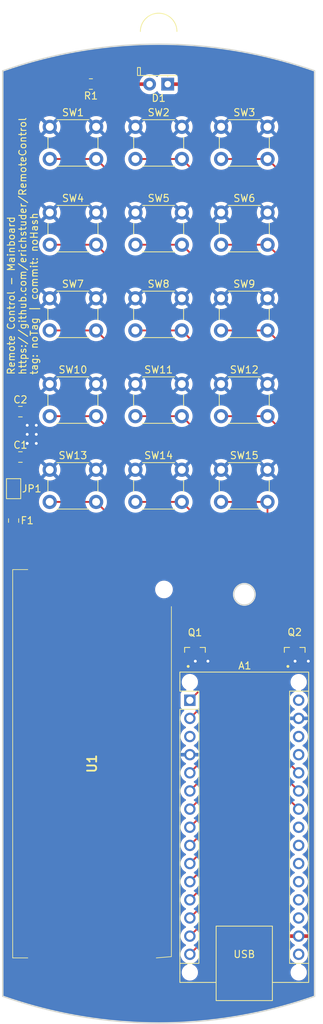
<source format=kicad_pcb>
(kicad_pcb (version 20221018) (generator pcbnew)
  (title_block (title "Mainboard") (comment 1 "${PROJECT}") (comment 2 "${PROJECT-URL}") (comment 3 "${GIT-COMMIT-HASH}") (comment 4 "${GIT-COMMIT-TAG}"))
  (layers (0 "F.Cu" signal) (31 "B.Cu" signal) (34 "B.Paste" user) (35 "F.Paste" user) (36 "B.SilkS" user "B.Silkscreen") (37 "F.SilkS" user "F.Silkscreen") (38 "B.Mask" user) (39 "F.Mask" user) (44 "Edge.Cuts" user))
  (property "GIT-COMMIT-HASH" "noHash")
  (property "GIT-COMMIT-TAG" "noTag")
  (property "PROJECT" "Remote Control - Mainboard")
  (property "PROJECT-URL" "https://github.com/erichstuder/RemoteControl")
  (net 0 "")
  (net 9 "Net-(A1-A7)")
  (net 12 "/SW1")
  (net 13 "/SW2")
  (net 14 "/SW3")
  (net 15 "GND")
  (net 16 "+3V0")
  (net 17 "/SW4")
  (net 18 "/SW5")
  (net 19 "/SW6")
  (net 20 "/SW7")
  (net 21 "/SW8")
  (net 22 "/SW9")
  (net 23 "/SW10")
  (net 24 "/SW11")
  (net 25 "/SW12")
  (net 26 "/SW13")
  (net 27 "/SW14")
  (net 28 "/SW15")
  (net 29 "Net-(U1-Pad3)")
  (net 30 "Net-(Q1-Pad3)")
  (net 32 "Net-(D1-K)")
  (net 33 "Net-(D1-A)")
  (net 34 "Net-(F1-Pad1)")
  (net 35 "Net-(JP1-A)")
  (footprint "TSM250N02CX_RFG:TRANS_TSM250N02CX_RFG" (layer "F.Cu") (at 129.2971 129.1537 90)
    (fp_text reference "Q2")
    (fp_text value "TSM250N02CX_RFG")
  )
  (footprint "Capacitor_SMD:C_0805_2012Metric" (layer "F.Cu") (at 90.8771 95.4987)
    (fp_text reference "C2")
    (fp_text value "100n")
  )
  (footprint "TSM250N02CX_RFG:TRANS_TSM250N02CX_RFG" (layer "F.Cu") (at 115.3271 129.1537 90)
    (fp_text reference "Q1")
    (fp_text value "TSM250N02CX_RFG")
  )
  (footprint "Button_Switch_THT:SW_PUSH_6mm" (layer "F.Cu") (at 118.9827 103.63)
    (fp_text reference "SW15")
    (fp_text value "SW_Push")
  )
  (footprint "Button_Switch_THT:SW_PUSH_6mm" (layer "F.Cu") (at 118.9827 91.63)
    (fp_text reference "SW12")
    (fp_text value "SW_Push")
  )
  (footprint "Resistor_SMD:R_0805_2012Metric" (layer "F.Cu") (at 100.751009 49.638549 180)
    (fp_text reference "R1")
    (fp_text value "82 1% 35mW" hide)
  )
  (footprint "Button_Switch_THT:SW_PUSH_6mm" (layer "F.Cu") (at 106.9827 103.63)
    (fp_text reference "SW14")
    (fp_text value "SW_Push")
  )
  (footprint "SamacSys:1022" (layer "F.Cu") (at 100.912689 144.78 -90)
    (fp_text reference "U1")
    (fp_text value "1022" hide)
  )
  (footprint "Button_Switch_THT:SW_PUSH_6mm" (layer "F.Cu") (at 94.9827 91.63)
    (fp_text reference "SW10")
    (fp_text value "SW_Push")
  )
  (footprint "Button_Switch_THT:SW_PUSH_6mm" (layer "F.Cu") (at 106.9827 79.63)
    (fp_text reference "SW8")
    (fp_text value "SW_Push")
  )
  (footprint "Button_Switch_THT:SW_PUSH_6mm" (layer "F.Cu") (at 94.9827 103.63)
    (fp_text reference "SW13")
    (fp_text value "SW_Push")
  )
  (footprint "Button_Switch_THT:SW_PUSH_6mm" (layer "F.Cu") (at 106.9827 91.63)
    (fp_text reference "SW11")
    (fp_text value "SW_Push")
  )
  (footprint "Button_Switch_THT:SW_PUSH_6mm" (layer "F.Cu") (at 94.9927 55.63)
    (fp_text reference "SW1")
    (fp_text value "SW_Push")
  )
  (footprint "Button_Switch_THT:SW_PUSH_6mm" (layer "F.Cu") (at 118.9827 79.63)
    (fp_text reference "SW9")
    (fp_text value "SW_Push")
  )
  (footprint "Button_Switch_THT:SW_PUSH_6mm" (layer "F.Cu") (at 106.9927 55.63)
    (fp_text reference "SW2")
    (fp_text value "SW_Push")
  )
  (footprint "Button_Switch_THT:SW_PUSH_6mm" (layer "F.Cu") (at 118.9927 67.63)
    (fp_text reference "SW6")
    (fp_text value "SW_Push")
  )
  (footprint "Button_Switch_THT:SW_PUSH_6mm" (layer "F.Cu") (at 94.9927 67.63)
    (fp_text reference "SW4")
    (fp_text value "SW_Push")
  )
  (footprint "Button_Switch_THT:SW_PUSH_6mm" (layer "F.Cu") (at 118.9927 55.63)
    (fp_text reference "SW3")
    (fp_text value "SW_Push")
  )
  (footprint "LED_THT:LED_D5.0mm_Horizontal_O1.27mm_Z3.0mm" (layer "F.Cu") (at 111.5127 49.655 180)
    (fp_text reference "D1")
    (fp_text value "IR333-A")
  )
  (footprint "Capacitor_SMD:C_0805_2012Metric" (layer "F.Cu") (at 90.8821 101.8487)
    (fp_text reference "C1")
    (fp_text value "100u")
  )
  (footprint "Button_Switch_THT:SW_PUSH_6mm" (layer "F.Cu") (at 106.9927 67.63)
    (fp_text reference "SW5")
    (fp_text value "SW_Push")
  )
  (footprint "Jumper:SolderJumper-2_P1.3mm_Bridged_Pad1.0x1.5mm" (layer "F.Cu") (at 89.9271 106.2787 90)
    (fp_text reference "JP1")
    (fp_text value "SolderJumper_2_Bridged" hide)
  )
  (footprint "Module:Arduino_Nano_WithMountingHoles" (layer "F.Cu") (at 114.612099 135.89)
    (fp_text reference "A1")
    (fp_text value "Arduino_Nano_33_BLE")
  )
  (footprint "Fuse:Fuse_0805_2012Metric" (layer "F.Cu") (at 89.9271 110.7387 90)
    (fp_text reference "F1")
    (fp_text value "Fuse 1A" hide)
  )
  (footprint "Button_Switch_THT:SW_PUSH_6mm" (layer "F.Cu") (at 94.9827 79.63)
    (fp_text reference "SW7")
    (fp_text value "SW_Push")
  )
  (gr_line (start 123.0641 119.81289) (end 123.0859 119.82734) (stroke (width 0.2)) (layer "Edge.Cuts"))
  (gr_line (start 122.5333 119.59846) (end 122.559 119.60368) (stroke (width 0.2)) (layer "Edge.Cuts"))
  (gr_line (start 122.3778 119.57661) (end 122.4039 119.57911) (stroke (width 0.2)) (layer "Edge.Cuts"))
  (gr_line (start 121.4522 122.343) (end 121.4301 122.3289) (stroke (width 0.2)) (layer "Edge.Cuts"))
  (gr_line (start 123.745 121.14939) (end 123.7434 121.17553) (stroke (width 0.2)) (layer "Edge.Cuts"))
  (gr_line (start 121.4301 119.81289) (end 121.4522 119.79882) (stroke (width 0.2)) (layer "Edge.Cuts"))
  (gr_line (start 123.5328 120.29833) (end 123.5461 120.3209) (stroke (width 0.2)) (layer "Edge.Cuts"))
  (gr_line (start 122.0903 119.57911) (end 122.1164 119.57661) (stroke (width 0.2)) (layer "Edge.Cuts"))
  (gr_line (start 124.1817 179.5668) (end 125.3237 179.3081) (stroke (width 0.2)) (layer "Edge.Cuts"))
  (gr_line (start 121.2829 122.22) (end 121.263 122.2029) (stroke (width 0.2)) (layer "Edge.Cuts"))
  (gr_line (start 122.6606 122.5128) (end 122.6353 122.5198) (stroke (width 0.2)) (layer "Edge.Cuts"))
  (gr_line (start 123.0355 179.8052) (end 124.1817 179.5668) (stroke (width 0.2)) (layer "Edge.Cuts"))
  (gr_line (start 121.8336 119.62901) (end 121.8589 119.622) (stroke (width 0.2)) (layer "Edge.Cuts"))
  (gr_line (start 123.5051 121.88786) (end 123.4906 121.90968) (stroke (width 0.2)) (layer "Edge.Cuts"))
  (gr_line (start 123.7414 120.94016) (end 123.7434 120.96626) (stroke (width 0.2)) (layer "Edge.Cuts"))
  (gr_line (start 122.8572 122.4412) (end 122.8332 122.4517) (stroke (width 0.2)) (layer "Edge.Cuts"))
  (gr_line (start 120.7316 44.9071) (end 119.57474 44.7304) (stroke (width 0.2)) (layer "Edge.Cuts"))
  (gr_line (start 116.08842 44.3244) (end 114.9223 44.2306) (stroke (width 0.2)) (layer "Edge.Cuts"))
  (gr_line (start 121.5429 122.3953) (end 121.5199 122.3828) (stroke (width 0.2)) (layer "Edge.Cuts"))
  (gr_line (start 121.5199 122.3828) (end 121.4971 122.3699) (stroke (width 0.2)) (layer "Edge.Cuts"))
  (gr_line (start 123.3791 120.0868) (end 123.3962 120.10671) (stroke (width 0.2)) (layer "Edge.Cuts"))
  (gr_line (start 107.90808 181.022) (end 109.07742 181.0533) (stroke (width 0.2)) (layer "Edge.Cuts"))
  (gr_line (start 122.7106 122.4975) (end 122.6857 122.5053) (stroke (width 0.2)) (layer "Edge.Cuts"))
  (gr_line (start 123.7325 120.86213) (end 123.7359 120.88808) (stroke (width 0.2)) (layer "Edge.Cuts"))
  (gr_line (start 121.263 122.2029) (end 121.2434 122.1856) (stroke (width 0.2)) (layer "Edge.Cuts"))
  (gr_line (start 120.7473 121.09707) (end 120.7471 121.0709) (stroke (width 0.2)) (layer "Edge.Cuts"))
  (gr_line (start 122.9971 122.3699) (end 122.9743 122.3828) (stroke (width 0.2)) (layer "Edge.Cuts"))
  (gr_line (start 122.809 119.68012) (end 122.8332 119.69013) (stroke (width 0.2)) (layer "Edge.Cuts"))
  (gr_line (start 122.3778 122.5652) (end 122.3517 122.5672) (stroke (width 0.2)) (layer "Edge.Cuts"))
  (gr_line (start 121.661 119.69013) (end 121.6852 119.68012) (stroke (width 0.2)) (layer "Edge.Cuts"))
  (gr_line (start 123.0197 119.78515) (end 123.042 119.79882) (stroke (width 0.2)) (layer "Edge.Cuts"))
  (gr_line (start 122.2209 119.57111) (end 122.2471 119.5709) (stroke (width 0.2)) (layer "Edge.Cuts"))
  (gr_line (start 121.3236 119.88888) (end 121.3444 119.87293) (stroke (width 0.2)) (layer "Edge.Cuts"))
  (gr_line (start 120.7747 121.35711) (end 120.7699 121.33137) (stroke (width 0.2)) (layer "Edge.Cuts"))
  (gr_line (start 123.3618 120.06719) (end 123.3791 120.0868) (stroke (width 0.2)) (layer "Edge.Cuts"))
  (gr_line (start 121.637 122.4412) (end 121.6132 122.4304) (stroke (width 0.2)) (layer "Edge.Cuts"))
  (gr_line (start 102.07921 180.5531) (end 103.24142 180.6885) (stroke (width 0.2)) (layer "Edge.Cuts"))
  (gr_line (start 117.25278 44.439) (end 116.08842 44.3244) (stroke (width 0.2)) (layer "Edge.Cuts"))
  (gr_line (start 123.1706 122.2529) (end 123.1498 122.2689) (stroke (width 0.2)) (layer "Edge.Cuts"))
  (gr_line (start 123.7469 121.04472) (end 123.7471 121.0709) (stroke (width 0.2)) (layer "Edge.Cuts"))
  (gr_line (start 121.8336 122.5128) (end 121.8085 122.5053) (stroke (width 0.2)) (layer "Edge.Cuts"))
  (gr_line (start 123.7143 120.75903) (end 123.7195 120.78468) (stroke (width 0.2)) (layer "Edge.Cuts"))
  (gr_line (start 123.6066 121.70483) (end 123.5953 121.72845) (stroke (width 0.2)) (layer "Edge.Cuts"))
  (gr_line (start 122.1164 122.5652) (end 122.0903 122.5627) (stroke (width 0.2)) (layer "Edge.Cuts"))
  (gr_line (start 123.5715 121.77509) (end 123.559 121.7981) (stroke (width 0.2)) (layer "Edge.Cuts"))
  (gr_line (start 122.2733 119.57111) (end 122.2994 119.5718) (stroke (width 0.2)) (layer "Edge.Cuts"))
  (gr_line (start 98.6089 45.1044) (end 97.4587 45.3222) (stroke (width 0.2)) (layer "Edge.Cuts"))
  (gr_line (start 121.1681 122.1129) (end 121.1501 122.0939) (stroke (width 0.2)) (layer "Edge.Cuts"))
  (gr_line (start 121.0035 120.23211) (end 121.0184 120.21053) (stroke (width 0.2)) (layer "Edge.Cuts"))
  (gr_line (start 123.7389 120.9141) (end 123.7414 120.94016) (stroke (width 0.2)) (layer "Edge.Cuts"))
  (gr_line (start 120.7471 121.0709) (end 120.7473 121.04472) (stroke (width 0.2)) (layer "Edge.Cuts"))
  (gr_line (start 92.9006 178.7296) (end 94.033 179.029) (stroke (width 0.2)) (layer "Edge.Cuts"))
  (gr_line (start 122.3256 122.5688) (end 122.2994 122.57) (stroke (width 0.2)) (layer "Edge.Cuts"))
  (gr_line (start 123.0859 119.82734) (end 123.1075 119.84217) (stroke (width 0.2)) (layer "Edge.Cuts"))
  (gr_line (start 96.3125 179.5668) (end 97.4587 179.8052) (stroke (width 0.2)) (layer "Edge.Cuts"))
  (gr_line (start 121.8853 45.1044) (end 120.7316 44.9071) (stroke (width 0.2)) (layer "Edge.Cuts"))
  (gr_line (start 121.7095 119.67052) (end 121.7341 119.66135) (stroke (width 0.2)) (layer "Edge.Cuts"))
  (gr_line (start 122.5076 122.5481) (end 122.4817 122.5524) (stroke (width 0.2)) (layer "Edge.Cuts"))
  (gr_line (start 120.8989 121.72845) (end 120.8876 121.70483) (stroke (width 0.2)) (layer "Edge.Cuts"))
  (gr_line (start 121.4745 119.78515) (end 121.4971 119.77186) (stroke (width 0.2)) (layer "Edge.Cuts"))
  (gr_line (start 122.9743 119.75896) (end 122.9971 119.77186) (stroke (width 0.2)) (layer "Edge.Cuts"))
  (gr_line (start 122.8572 119.70057) (end 122.881 119.71143) (stroke (width 0.2)) (layer "Edge.Cuts"))
  (gr_line (start 120.9613 121.84345) (end 120.9481 121.8209) (stroke (width 0.2)) (layer "Edge.Cuts"))
  (gr_line (start 120.975 121.86578) (end 120.9613 121.84345) (stroke (width 0.2)) (layer "Edge.Cuts"))
  (gr_line (start 123.4291 121.99438) (end 123.4128 122.01487) (stroke (width 0.2)) (layer "Edge.Cuts"))
  (gr_line (start 120.9891 121.88786) (end 120.975 121.86578) (stroke (width 0.2)) (layer "Edge.Cuts"))
  (gr_line (start 123.1911 122.2366) (end 123.1706 122.2529) (stroke (width 0.2)) (layer "Edge.Cuts"))
  (gr_line (start 121.9352 122.5381) (end 121.9097 122.5324) (stroke (width 0.2)) (layer "Edge.Cuts"))
  (gr_line (start 121.3031 122.2366) (end 121.2829 122.22) (stroke (width 0.2)) (layer "Edge.Cuts"))
  (gr_line (start 123.5192 120.27601) (end 123.5328 120.29833) (stroke (width 0.2)) (layer "Edge.Cuts"))
  (gr_line (start 121.7095 122.4713) (end 121.6852 122.4617) (stroke (width 0.2)) (layer "Edge.Cuts"))
  (gr_line (start 128.7208 178.4101) (end 129.8424 178.0706) (stroke (width 0.2)) (layer "Edge.Cuts"))
  (gr_line (start 121.2051 122.1499) (end 121.1864 122.1316) (stroke (width 0.2)) (layer "Edge.Cuts"))
  (gr_line (start 112.58612 44.1054) (end 111.41678 44.0742) (stroke (width 0.2)) (layer "Edge.Cuts"))
  (gr_line (start 122.5845 122.5324) (end 122.559 122.5381) (stroke (width 0.2)) (layer "Edge.Cuts"))
  (gr_line (start 89.5362 47.4163) (end 88.4269 47.7957) (stroke (width 0.2)) (layer "Edge.Cuts"))
  (gr_line (start 120.8563 121.6328) (end 120.8467 121.60845) (stroke (width 0.2)) (layer "Edge.Cuts"))
  (gr_line (start 123.2701 119.97387) (end 123.2891 119.99189) (stroke (width 0.2)) (layer "Edge.Cuts"))
  (gr_line (start 123.7469 121.09707) (end 123.7462 121.12324) (stroke (width 0.2)) (layer "Edge.Cuts"))
  (gr_line (start 116.08842 180.803) (end 117.25278 180.6885) (stroke (width 0.2)) (layer "Edge.Cuts"))
  (gr_line (start 88.4269 177.3317) (end 89.5362 177.7111) (stroke (width 0.2)) (layer "Edge.Cuts"))
  (gr_line (start 122.5076 119.59368) (end 122.5333 119.59846) (stroke (width 0.2)) (layer "Edge.Cuts"))
  (gr_line (start 121.2051 119.99189) (end 121.2241 119.97387) (stroke (width 0.2)) (layer "Edge.Cuts"))
  (gr_line (start 132.0673 177.3317) (end 132.0804 177.327) (stroke (width 0.2)) (layer "Edge.Cuts"))
  (gr_line (start 123.4906 120.23211) (end 123.5051 120.25393) (stroke (width 0.2)) (layer "Edge.Cuts"))
  (gr_line (start 122.0643 119.58207) (end 122.0903 119.57911) (stroke (width 0.2)) (layer "Edge.Cuts"))
  (gr_line (start 121.3444 119.87293) (end 121.3654 119.85737) (stroke (width 0.2)) (layer "Edge.Cuts"))
  (gr_line (start 120.748 121.12324) (end 120.7473 121.09707) (stroke (width 0.2)) (layer "Edge.Cuts"))
  (gr_line (start 121.8085 119.63644) (end 121.8336 119.62901) (stroke (width 0.2)) (layer "Edge.Cuts"))
  (gr_line (start 120.9352 121.7981) (end 120.9227 121.77509) (stroke (width 0.2)) (layer "Edge.Cuts"))
  (gr_line (start 121.115 122.05499) (end 121.098 122.03507) (stroke (width 0.2)) (layer "Edge.Cuts"))
  (gr_line (start 122.1686 119.57294) (end 122.1947 119.5718) (stroke (width 0.2)) (layer "Edge.Cuts"))
  (gr_line (start 104.40578 180.803) (end 105.5719 180.8968) (stroke (width 0.2)) (layer "Edge.Cuts"))
  (gr_line (start 123.6174 121.68099) (end 123.6066 121.70483) (stroke (width 0.2)) (layer "Edge.Cuts"))
  (gr_line (start 120.8376 120.55787) (end 120.8467 120.53333) (stroke (width 0.2)) (layer "Edge.Cuts"))
  (gr_line (start 123.3962 120.10671) (end 123.4128 120.12692) (stroke (width 0.2)) (layer "Edge.Cuts"))
  (gr_line (start 123.2113 119.92182) (end 123.2312 119.93884) (stroke (width 0.2)) (layer "Edge.Cuts"))
  (gr_line (start 88.4138 47.8005) (end 88.4138 177.327) (stroke (width 0.2)) (layer "Edge.Cuts"))
  (gr_line (start 120.7528 120.94016) (end 120.7553 120.9141) (stroke (width 0.2)) (layer "Edge.Cuts"))
  (gr_line (start 121.8589 122.5198) (end 121.8336 122.5128) (stroke (width 0.2)) (layer "Edge.Cuts"))
  (gr_line (start 122.3517 122.5672) (end 122.3256 122.5688) (stroke (width 0.2)) (layer "Edge.Cuts"))
  (gr_line (start 98.6089 180.023) (end 99.7626 180.2204) (stroke (width 0.2)) (layer "Edge.Cuts"))
  (gr_line (start 122.0383 122.5563) (end 122.0124 122.5524) (stroke (width 0.2)) (layer "Edge.Cuts"))
  (gr_line (start 122.1686 122.5688) (end 122.1425 122.5672) (stroke (width 0.2)) (layer "Edge.Cuts"))
  (gr_line (start 121.9609 119.59846) (end 121.9866 119.59368) (stroke (width 0.2)) (layer "Edge.Cuts"))
  (gr_line (start 123.7243 120.81042) (end 123.7286 120.83624) (stroke (width 0.2)) (layer "Edge.Cuts"))
  (gr_line (start 130.958 177.7111) (end 132.0673 177.3317) (stroke (width 0.2)) (layer "Edge.Cuts"))
  (gr_line (start 121.6852 119.68012) (end 121.7095 119.67052) (stroke (width 0.2)) (layer "Edge.Cuts"))
  (gr_line (start 120.7747 120.78468) (end 120.7799 120.75903) (stroke (width 0.2)) (layer "Edge.Cuts"))
  (gr_line (start 118.41499 180.5531) (end 119.57474 180.3971) (stroke (width 0.2)) (layer "Edge.Cuts"))
  (gr_line (start 123.7086 120.73347) (end 123.7143 120.75903) (stroke (width 0.2)) (layer "Edge.Cuts"))
  (gr_line (start 123.559 121.7981) (end 123.5461 121.8209) (stroke (width 0.2)) (layer "Edge.Cuts"))
  (gr_line (start 123.7086 121.40832) (end 123.7025 121.43377) (stroke (width 0.2)) (layer "Edge.Cuts"))
  (gr_line (start 121.4083 122.3144) (end 121.3867 122.2996) (stroke (width 0.2)) (layer "Edge.Cuts"))
  (gr_line (start 118.41499 44.5743) (end 117.25278 44.439) (stroke (width 0.2)) (layer "Edge.Cuts"))
  (gr_line (start 120.8126 121.50945) (end 120.8052 121.48435) (stroke (width 0.2)) (layer "Edge.Cuts"))
  (gr_line (start 114.9223 44.2306) (end 113.75474 44.1576) (stroke (width 0.2)) (layer "Edge.Cuts"))
  (gr_line (start 125.3237 179.3081) (end 126.4612 179.029) (stroke (width 0.2)) (layer "Edge.Cuts"))
  (gr_line (start 123.4291 120.14741) (end 123.4451 120.16817) (stroke (width 0.2)) (layer "Edge.Cuts"))
  (gr_line (start 120.9227 121.77509) (end 120.9106 121.75188) (stroke (width 0.2)) (layer "Edge.Cuts"))
  (gr_line (start 122.1425 119.57455) (end 122.1686 119.57294) (stroke (width 0.2)) (layer "Edge.Cuts"))
  (gr_line (start 121.0336 120.18922) (end 121.0491 120.16817) (stroke (width 0.2)) (layer "Edge.Cuts"))
  (gr_line (start 121.2241 122.1679) (end 121.2051 122.1499) (stroke (width 0.2)) (layer "Edge.Cuts"))
  (gr_line (start 121.1681 120.02891) (end 121.1864 120.01023) (stroke (width 0.2)) (layer "Edge.Cuts"))
  (gr_line (start 123.4451 120.16817) (end 123.4606 120.18922) (stroke (width 0.2)) (layer "Edge.Cuts"))
  (gr_line (start 123.7025 120.70802) (end 123.7086 120.73347) (stroke (width 0.2)) (layer "Edge.Cuts"))
  (gr_line (start 123.696 120.68267) (end 123.7025 120.70802) (stroke (width 0.2)) (layer "Edge.Cuts"))
  (gr_line (start 120.7553 121.22768) (end 120.7528 121.20162) (stroke (width 0.2)) (layer "Edge.Cuts"))
  (gr_line (start 114.9223 180.8968) (end 116.08842 180.803) (stroke (width 0.2)) (layer "Edge.Cuts"))
  (gr_line (start 132.0804 177.327) (end 132.0804 47.8005) (stroke (width 0.2)) (layer "Edge.Cuts"))
  (gr_line (start 123.7359 120.88808) (end 123.7389 120.9141) (stroke (width 0.2)) (layer "Edge.Cuts"))
  (gr_line (start 125.3237 45.8194) (end 124.1817 45.5606) (stroke (width 0.2)) (layer "Edge.Cuts"))
  (gr_line (start 121.6132 122.4304) (end 121.5895 122.4191) (stroke (width 0.2)) (layer "Edge.Cuts"))
  (gr_line (start 123.0641 122.3289) (end 123.042 122.343) (stroke (width 0.2)) (layer "Edge.Cuts"))
  (gr_line (start 120.9227 120.36669) (end 120.9352 120.34368) (stroke (width 0.2)) (layer "Edge.Cuts"))
  (gr_line (start 123.3791 122.05499) (end 123.3618 122.0746) (stroke (width 0.2)) (layer "Edge.Cuts"))
  (gr_line (start 121.0491 120.16817) (end 121.0651 120.14741) (stroke (width 0.2)) (layer "Edge.Cuts"))
  (gr_line (start 120.7656 120.83624) (end 120.7699 120.81042) (stroke (width 0.2)) (layer "Edge.Cuts"))
  (gr_line (start 113.75474 44.1576) (end 112.58612 44.1054) (stroke (width 0.2)) (layer "Edge.Cuts"))
  (gr_line (start 121.5661 119.73438) (end 121.5895 119.72269) (stroke (width 0.2)) (layer "Edge.Cuts"))
  (gr_line (start 94.033 46.0985) (end 92.9006 46.3978) (stroke (width 0.2)) (layer "Edge.Cuts"))
  (gr_line (start 127.5936 178.7296) (end 128.7208 178.4101) (stroke (width 0.2)) (layer "Edge.Cuts"))
  (gr_line (start 128.7208 46.7173) (end 127.5936 46.3978) (stroke (width 0.2)) (layer "Edge.Cuts"))
  (gr_line (start 123.4606 121.95257) (end 123.4451 121.97361) (stroke (width 0.2)) (layer "Edge.Cuts"))
  (gr_line (start 91.7734 178.4101) (end 92.9006 178.7296) (stroke (width 0.2)) (layer "Edge.Cuts"))
  (gr_line (start 123.6654 121.55924) (end 123.6566 121.58392) (stroke (width 0.2)) (layer "Edge.Cuts"))
  (gr_line (start 122.1164 119.57661) (end 122.1425 119.57455) (stroke (width 0.2)) (layer "Edge.Cuts"))
  (gr_line (start 95.1705 45.8194) (end 94.033 46.0985) (stroke (width 0.2)) (layer "Edge.Cuts"))
  (gr_line (start 90.6518 178.0706) (end 91.7734 178.4101) (stroke (width 0.2)) (layer "Edge.Cuts"))
  (gr_line (start 123.7195 120.78468) (end 123.7243 120.81042) (stroke (width 0.2)) (layer "Edge.Cuts"))
  (gr_line (start 121.0651 120.14741) (end 121.0814 120.12692) (stroke (width 0.2)) (layer "Edge.Cuts"))
  (gr_line (start 120.7982 121.45911) (end 120.7917 121.43377) (stroke (width 0.2)) (layer "Edge.Cuts"))
  (gr_line (start 121.4083 119.82734) (end 121.4301 119.81289) (stroke (width 0.2)) (layer "Edge.Cuts"))
  (gr_line (start 123.7414 121.20162) (end 123.7389 121.22768) (stroke (width 0.2)) (layer "Edge.Cuts"))
  (gr_line (start 122.9046 122.4191) (end 122.881 122.4304) (stroke (width 0.2)) (layer "Edge.Cuts"))
  (gr_line (start 123.4906 121.90968) (end 123.4758 121.93125) (stroke (width 0.2)) (layer "Edge.Cuts"))
  (gr_line (start 123.6279 120.48479) (end 123.6379 120.50898) (stroke (width 0.2)) (layer "Edge.Cuts"))
  (gr_line (start 110.2471 181.0637) (end 111.41678 181.0533) (stroke (width 0.2)) (layer "Edge.Cuts"))
  (gr_line (start 122.3517 119.57455) (end 122.3778 119.57661) (stroke (width 0.2)) (layer "Edge.Cuts"))
  (gr_line (start 110.2471 44.0637) (end 109.07742 44.0742) (stroke (width 0.2)) (layer "Edge.Cuts"))
  (gr_line (start 120.8768 121.68099) (end 120.8663 121.65699) (stroke (width 0.2)) (layer "Edge.Cuts"))
  (gr_line (start 121.7587 122.4892) (end 121.7341 122.4804) (stroke (width 0.2)) (layer "Edge.Cuts"))
  (gr_line (start 120.7699 121.33137) (end 120.7656 121.30555) (stroke (width 0.2)) (layer "Edge.Cuts"))
  (gr_line (start 121.0035 121.90968) (end 120.9891 121.88786) (stroke (width 0.2)) (layer "Edge.Cuts"))
  (gr_line (start 120.7982 120.68267) (end 120.8052 120.65743) (stroke (width 0.2)) (layer "Edge.Cuts"))
  (gr_line (start 121.0651 121.99438) (end 121.0491 121.97361) (stroke (width 0.2)) (layer "Edge.Cuts"))
  (gr_line (start 105.5719 44.2306) (end 104.40578 44.3244) (stroke (width 0.2)) (layer "Edge.Cuts"))
  (gr_line (start 112.58612 181.022) (end 113.75474 180.9698) (stroke (width 0.2)) (layer "Edge.Cuts"))
  (gr_line (start 113.75474 180.9698) (end 114.9223 180.8968) (stroke (width 0.2)) (layer "Edge.Cuts"))
  (gr_line (start 121.6852 122.4617) (end 121.661 122.4517) (stroke (width 0.2)) (layer "Edge.Cuts"))
  (gr_line (start 122.6857 122.5053) (end 122.6606 122.5128) (stroke (width 0.2)) (layer "Edge.Cuts"))
  (gr_line (start 123.7359 121.2537) (end 123.7325 121.27966) (stroke (width 0.2)) (layer "Edge.Cuts"))
  (gr_line (start 123.1075 119.84217) (end 123.1288 119.85737) (stroke (width 0.2)) (layer "Edge.Cuts"))
  (gr_line (start 120.8052 121.48435) (end 120.7982 121.45911) (stroke (width 0.2)) (layer "Edge.Cuts"))
  (gr_line (start 122.6857 119.63644) (end 122.7106 119.64431) (stroke (width 0.2)) (layer "Edge.Cuts"))
  (gr_line (start 123.4758 121.93125) (end 123.4606 121.95257) (stroke (width 0.2)) (layer "Edge.Cuts"))
  (gr_line (start 123.6279 121.65699) (end 123.6174 121.68099) (stroke (width 0.2)) (layer "Edge.Cuts"))
  (gr_line (start 91.7734 46.7173) (end 90.6518 47.0568) (stroke (width 0.2)) (layer "Edge.Cuts"))
  (gr_line (start 123.4606 120.18922) (end 123.4758 120.21053) (stroke (width 0.2)) (layer "Edge.Cuts"))
  (gr_line (start 109.07742 181.0533) (end 110.2471 181.0637) (stroke (width 0.2)) (layer "Edge.Cuts"))
  (gr_line (start 120.8563 120.50898) (end 120.8663 120.48479) (stroke (width 0.2)) (layer "Edge.Cuts"))
  (gr_line (start 121.7836 119.64431) (end 121.8085 119.63644) (stroke (width 0.2)) (layer "Edge.Cuts"))
  (gr_line (start 120.7855 120.73347) (end 120.7917 120.70802) (stroke (width 0.2)) (layer "Edge.Cuts"))
  (gr_line (start 122.5333 122.5433) (end 122.5076 122.5481) (stroke (width 0.2)) (layer "Edge.Cuts"))
  (gr_line (start 121.661 122.4517) (end 121.637 122.4412) (stroke (width 0.2)) (layer "Edge.Cuts"))
  (gr_line (start 122.1425 122.5672) (end 122.1164 122.5652) (stroke (width 0.2)) (layer "Edge.Cuts"))
  (gr_line (start 123.2113 122.22) (end 123.1911 122.2366) (stroke (width 0.2)) (layer "Edge.Cuts"))
  (gr_line (start 120.9481 121.8209) (end 120.9352 121.7981) (stroke (width 0.2)) (layer "Edge.Cuts"))
  (gr_line (start 123.6566 120.55787) (end 123.6654 120.58254) (stroke (width 0.2)) (layer "Edge.Cuts"))
  (gr_line (start 120.7699 120.81042) (end 120.7747 120.78468) (stroke (width 0.2)) (layer "Edge.Cuts"))
  (gr_line (start 104.40578 44.3244) (end 103.24142 44.439) (stroke (width 0.2)) (layer "Edge.Cuts"))
  (gr_line (start 123.5461 121.8209) (end 123.5328 121.84345) (stroke (width 0.2)) (layer "Edge.Cuts"))
  (gr_line (start 132.0804 47.8005) (end 132.0673 47.7957) (stroke (width 0.2)) (layer "Edge.Cuts"))
  (gr_line (start 122.9046 119.72269) (end 122.9281 119.73438) (stroke (width 0.2)) (layer "Edge.Cuts"))
  (gr_line (start 121.8853 180.023) (end 123.0355 179.8052) (stroke (width 0.2)) (layer "Edge.Cuts"))
  (gr_line (start 122.4817 119.58936) (end 122.5076 119.59368) (stroke (width 0.2)) (layer "Edge.Cuts"))
  (gr_line (start 120.8052 120.65743) (end 120.8126 120.63233) (stroke (width 0.2)) (layer "Edge.Cuts"))
  (gr_line (start 122.4039 119.57911) (end 122.4299 119.58207) (stroke (width 0.2)) (layer "Edge.Cuts"))
  (gr_line (start 123.0355 45.3222) (end 121.8853 45.1044) (stroke (width 0.2)) (layer "Edge.Cuts"))
  (gr_line (start 123.689 120.65743) (end 123.696 120.68267) (stroke (width 0.2)) (layer "Edge.Cuts"))
  (gr_line (start 123.559 120.34368) (end 123.5715 120.36669) (stroke (width 0.2)) (layer "Edge.Cuts"))
  (gr_line (start 123.7462 121.12324) (end 123.745 121.14939) (stroke (width 0.2)) (layer "Edge.Cuts"))
  (gr_line (start 123.6654 120.58254) (end 123.6737 120.60737) (stroke (width 0.2)) (layer "Edge.Cuts"))
  (gr_line (start 103.24142 180.6885) (end 104.40578 180.803) (stroke (width 0.2)) (layer "Edge.Cuts"))
  (gr_line (start 120.7553 120.9141) (end 120.7583 120.88808) (stroke (width 0.2)) (layer "Edge.Cuts"))
  (gr_line (start 120.975 120.27601) (end 120.9891 120.25393) (stroke (width 0.2)) (layer "Edge.Cuts"))
  (gr_line (start 123.2891 122.1499) (end 123.2701 122.1679) (stroke (width 0.2)) (layer "Edge.Cuts"))
  (gr_line (start 120.7855 121.40832) (end 120.7799 121.38276) (stroke (width 0.2)) (layer "Edge.Cuts"))
  (gr_line (start 121.7836 122.4975) (end 121.7587 122.4892) (stroke (width 0.2)) (layer "Edge.Cuts"))
  (gr_line (start 122.9971 119.77186) (end 123.0197 119.78515) (stroke (width 0.2)) (layer "Edge.Cuts"))
  (gr_line (start 121.0336 121.95257) (end 121.0184 121.93125) (stroke (width 0.2)) (layer "Edge.Cuts"))
  (gr_line (start 124.1817 45.5606) (end 123.0355 45.3222) (stroke (width 0.2)) (layer "Edge.Cuts"))
  (gr_line (start 111.41678 181.0533) (end 112.58612 181.022) (stroke (width 0.2)) (layer "Edge.Cuts"))
  (gr_line (start 106.73946 44.1576) (end 105.5719 44.2306) (stroke (width 0.2)) (layer "Edge.Cuts"))
  (gr_line (start 121.9866 122.5481) (end 121.9609 122.5433) (stroke (width 0.2)) (layer "Edge.Cuts"))
  (gr_line (start 122.0383 119.58549) (end 122.0643 119.58207) (stroke (width 0.2)) (layer "Edge.Cuts"))
  (gr_line (start 123.3261 120.02891) (end 123.3441 120.04789) (stroke (width 0.2)) (layer "Edge.Cuts"))
  (gr_line (start 120.9481 120.3209) (end 120.9613 120.29833) (stroke (width 0.2)) (layer "Edge.Cuts"))
  (gr_line (start 121.3654 119.85737) (end 121.3867 119.84217) (stroke (width 0.2)) (layer "Edge.Cuts"))
  (gr_line (start 122.4039 122.5627) (end 122.3778 122.5652) (stroke (width 0.2)) (layer "Edge.Cuts"))
  (gr_line (start 120.7799 120.75903) (end 120.7855 120.73347) (stroke (width 0.2)) (layer "Edge.Cuts"))
  (gr_line (start 121.7341 122.4804) (end 121.7095 122.4713) (stroke (width 0.2)) (layer "Edge.Cuts"))
  (gr_line (start 121.8085 122.5053) (end 121.7836 122.4975) (stroke (width 0.2)) (layer "Edge.Cuts"))
  (gr_line (start 123.7325 121.27966) (end 123.7286 121.30555) (stroke (width 0.2)) (layer "Edge.Cuts"))
  (gr_line (start 121.6132 119.71143) (end 121.637 119.70057) (stroke (width 0.2)) (layer "Edge.Cuts"))
  (gr_line (start 121.4522 119.79882) (end 121.4745 119.78515) (stroke (width 0.2)) (layer "Edge.Cuts"))
  (gr_line (start 122.61 122.5263) (end 122.5845 122.5324) (stroke (width 0.2)) (layer "Edge.Cuts"))
  (gr_line (start 94.033 179.029) (end 95.1705 179.3081) (stroke (width 0.2)) (layer "Edge.Cuts"))
  (gr_line (start 123.7195 121.35711) (end 123.7143 121.38276) (stroke (width 0.2)) (layer "Edge.Cuts"))
  (gr_line (start 122.2471 122.5709) (end 122.2209 122.5707) (stroke (width 0.2)) (layer "Edge.Cuts"))
  (gr_line (start 109.07742 44.0742) (end 107.90808 44.1054) (stroke (width 0.2)) (layer "Edge.Cuts"))
  (gr_line (start 123.745 120.99239) (end 123.7462 121.01855) (stroke (width 0.2)) (layer "Edge.Cuts"))
  (gr_line (start 129.8424 178.0706) (end 130.958 177.7111) (stroke (width 0.2)) (layer "Edge.Cuts"))
  (gr_line (start 120.8989 120.41334) (end 120.9106 120.3899) (stroke (width 0.2)) (layer "Edge.Cuts"))
  (gr_line (start 123.6475 120.53333) (end 123.6566 120.55787) (stroke (width 0.2)) (layer "Edge.Cuts"))
  (gr_line (start 121.2829 119.92182) (end 121.3031 119.90517) (stroke (width 0.2)) (layer "Edge.Cuts"))
  (gr_line (start 122.809 122.4617) (end 122.7847 122.4713) (stroke (width 0.2)) (layer "Edge.Cuts"))
  (gr_line (start 121.1864 120.01023) (end 121.2051 119.99189) (stroke (width 0.2)) (layer "Edge.Cuts"))
  (gr_line (start 120.9352 120.34368) (end 120.9481 120.3209) (stroke (width 0.2)) (layer "Edge.Cuts"))
  (gr_line (start 120.8126 120.63233) (end 120.8205 120.60737) (stroke (width 0.2)) (layer "Edge.Cuts"))
  (gr_line (start 99.7626 180.2204) (end 100.91946 180.3971) (stroke (width 0.2)) (layer "Edge.Cuts"))
  (gr_line (start 123.7471 121.0709) (end 123.7469 121.09707) (stroke (width 0.2)) (layer "Edge.Cuts"))
  (gr_line (start 92.9006 46.3978) (end 91.7734 46.7173) (stroke (width 0.2)) (layer "Edge.Cuts"))
  (gr_line (start 122.0124 122.5524) (end 121.9866 122.5481) (stroke (width 0.2)) (layer "Edge.Cuts"))
  (gr_line (start 121.2241 119.97387) (end 121.2434 119.95617) (stroke (width 0.2)) (layer "Edge.Cuts"))
  (gr_line (start 121.3654 122.2844) (end 121.3444 122.2689) (stroke (width 0.2)) (layer "Edge.Cuts"))
  (gr_line (start 120.8205 120.60737) (end 120.8288 120.58254) (stroke (width 0.2)) (layer "Edge.Cuts"))
  (gr_line (start 121.8589 119.622) (end 121.8842 119.61546) (stroke (width 0.2)) (layer "Edge.Cuts"))
  (gr_line (start 129.8424 47.0568) (end 128.7208 46.7173) (stroke (width 0.2)) (layer "Edge.Cuts"))
  (gr_line (start 123.5715 120.36669) (end 123.5836 120.3899) (stroke (width 0.2)) (layer "Edge.Cuts"))
  (gr_line (start 100.91946 180.3971) (end 102.07921 180.5531) (stroke (width 0.2)) (layer "Edge.Cuts"))
  (gr_line (start 120.8663 120.48479) (end 120.8768 120.46079) (stroke (width 0.2)) (layer "Edge.Cuts"))
  (gr_line (start 120.7917 120.70802) (end 120.7982 120.68267) (stroke (width 0.2)) (layer "Edge.Cuts"))
  (gr_line (start 121.5895 119.72269) (end 121.6132 119.71143) (stroke (width 0.2)) (layer "Edge.Cuts"))
  (gr_line (start 123.7243 121.33137) (end 123.7195 121.35711) (stroke (width 0.2)) (layer "Edge.Cuts"))
  (gr_line (start 121.4301 122.3289) (end 121.4083 122.3144) (stroke (width 0.2)) (layer "Edge.Cuts"))
  (gr_line (start 123.1075 122.2996) (end 123.0859 122.3144) (stroke (width 0.2)) (layer "Edge.Cuts"))
  (gr_line (start 122.9743 122.3828) (end 122.9513 122.3953) (stroke (width 0.2)) (layer "Edge.Cuts"))
  (gr_line (start 123.6174 120.46079) (end 123.6279 120.48479) (stroke (width 0.2)) (layer "Edge.Cuts"))
  (gr_line (start 120.7491 120.99239) (end 120.7507 120.96626) (stroke (width 0.2)) (layer "Edge.Cuts"))
  (gr_line (start 123.6566 121.58392) (end 123.6475 121.60845) (stroke (width 0.2)) (layer "Edge.Cuts"))
  (gr_line (start 105.5719 180.8968) (end 106.73946 180.9698) (stroke (width 0.2)) (layer "Edge.Cuts"))
  (gr_line (start 120.7473 121.04472) (end 120.748 121.01855) (stroke (width 0.2)) (layer "Edge.Cuts"))
  (gr_line (start 121.4745 122.3566) (end 121.4522 122.343) (stroke (width 0.2)) (layer "Edge.Cuts"))
  (gr_line (start 122.7601 122.4804) (end 122.7354 122.4892) (stroke (width 0.2)) (layer "Edge.Cuts"))
  (gr_line (start 121.2434 122.1856) (end 121.2241 122.1679) (stroke (width 0.2)) (layer "Edge.Cuts"))
  (gr_line (start 103.24142 44.439) (end 102.07921 44.5743) (stroke (width 0.2)) (layer "Edge.Cuts"))
  (gr_line (start 123.042 122.343) (end 123.0197 122.3566) (stroke (width 0.2)) (layer "Edge.Cuts"))
  (gr_line (start 123.2312 122.2029) (end 123.2113 122.22) (stroke (width 0.2)) (layer "Edge.Cuts"))
  (gr_line (start 121.3867 119.84217) (end 121.4083 119.82734) (stroke (width 0.2)) (layer "Edge.Cuts"))
  (gr_line (start 120.8205 121.53442) (end 120.8126 121.50945) (stroke (width 0.2)) (layer "Edge.Cuts"))
  (gr_line (start 121.0184 121.93125) (end 121.0035 121.90968) (stroke (width 0.2)) (layer "Edge.Cuts"))
  (gr_line (start 122.9513 122.3953) (end 122.9281 122.4074) (stroke (width 0.2)) (layer "Edge.Cuts"))
  (gr_line (start 120.7316 180.2204) (end 121.8853 180.023) (stroke (width 0.2)) (layer "Edge.Cuts"))
  (gr_line (start 96.3125 45.5606) (end 95.1705 45.8194) (stroke (width 0.2)) (layer "Edge.Cuts"))
  (gr_line (start 122.3256 119.57294) (end 122.3517 119.57455) (stroke (width 0.2)) (layer "Edge.Cuts"))
  (gr_line (start 122.2471 119.5709) (end 122.2733 119.57111) (stroke (width 0.2)) (layer "Edge.Cuts"))
  (gr_line (start 122.8332 119.69013) (end 122.8572 119.70057) (stroke (width 0.2)) (layer "Edge.Cuts"))
  (gr_line (start 126.4612 46.0985) (end 125.3237 45.8194) (stroke (width 0.2)) (layer "Edge.Cuts"))
  (gr_line (start 97.4587 45.3222) (end 96.3125 45.5606) (stroke (width 0.2)) (layer "Edge.Cuts"))
  (gr_line (start 120.8467 120.53333) (end 120.8563 120.50898) (stroke (width 0.2)) (layer "Edge.Cuts"))
  (gr_line (start 123.2508 122.1856) (end 123.2312 122.2029) (stroke (width 0.2)) (layer "Edge.Cuts"))
  (gr_line (start 121.5199 119.75896) (end 121.5429 119.74647) (stroke (width 0.2)) (layer "Edge.Cuts"))
  (gr_line (start 122.6353 122.5198) (end 122.61 122.5263) (stroke (width 0.2)) (layer "Edge.Cuts"))
  (gr_line (start 88.4138 177.327) (end 88.4269 177.3317) (stroke (width 0.2)) (layer "Edge.Cuts"))
  (gr_line (start 122.7601 119.66135) (end 122.7847 119.67052) (stroke (width 0.2)) (layer "Edge.Cuts"))
  (gr_line (start 121.5895 122.4191) (end 121.5661 122.4074) (stroke (width 0.2)) (layer "Edge.Cuts"))
  (gr_line (start 120.7917 121.43377) (end 120.7855 121.40832) (stroke (width 0.2)) (layer "Edge.Cuts"))
  (gr_line (start 120.7528 121.20162) (end 120.7507 121.17553) (stroke (width 0.2)) (layer "Edge.Cuts"))
  (gr_line (start 122.1947 122.57) (end 122.1686 122.5688) (stroke (width 0.2)) (layer "Edge.Cuts"))
  (gr_line (start 122.881 119.71143) (end 122.9046 119.72269) (stroke (width 0.2)) (layer "Edge.Cuts"))
  (gr_line (start 122.7106 119.64431) (end 122.7354 119.65261) (stroke (width 0.2)) (layer "Edge.Cuts"))
  (gr_line (start 130.958 47.4163) (end 129.8424 47.0568) (stroke (width 0.2)) (layer "Edge.Cuts"))
  (gr_line (start 121.9352 119.60368) (end 121.9609 119.59846) (stroke (width 0.2)) (layer "Edge.Cuts"))
  (gr_line (start 123.3261 122.1129) (end 123.3078 122.1316) (stroke (width 0.2)) (layer "Edge.Cuts"))
  (gr_line (start 120.9106 120.3899) (end 120.9227 120.36669) (stroke (width 0.2)) (layer "Edge.Cuts"))
  (gr_line (start 123.3962 122.03507) (end 123.3791 122.05499) (stroke (width 0.2)) (layer "Edge.Cuts"))
  (gr_line (start 123.1288 122.2844) (end 123.1075 122.2996) (stroke (width 0.2)) (layer "Edge.Cuts"))
  (gr_line (start 121.7587 119.65261) (end 121.7836 119.64431) (stroke (width 0.2)) (layer "Edge.Cuts"))
  (gr_line (start 122.4559 122.5563) (end 122.4299 122.5597) (stroke (width 0.2)) (layer "Edge.Cuts"))
  (gr_line (start 121.5429 119.74647) (end 121.5661 119.73438) (stroke (width 0.2)) (layer "Edge.Cuts"))
  (gr_line (start 123.7286 120.83624) (end 123.7325 120.86213) (stroke (width 0.2)) (layer "Edge.Cuts"))
  (gr_line (start 121.3031 119.90517) (end 121.3236 119.88888) (stroke (width 0.2)) (layer "Edge.Cuts"))
  (gr_line (start 121.115 120.0868) (end 121.1324 120.06719) (stroke (width 0.2)) (layer "Edge.Cuts"))
  (gr_line (start 120.9891 120.25393) (end 121.0035 120.23211) (stroke (width 0.2)) (layer "Edge.Cuts"))
  (gr_line (start 123.5836 121.75188) (end 123.5715 121.77509) (stroke (width 0.2)) (layer "Edge.Cuts"))
  (gr_line (start 121.7341 119.66135) (end 121.7587 119.65261) (stroke (width 0.2)) (layer "Edge.Cuts"))
  (gr_line (start 121.0814 122.01487) (end 121.0651 121.99438) (stroke (width 0.2)) (layer "Edge.Cuts"))
  (gr_line (start 107.90808 44.1054) (end 106.73946 44.1576) (stroke (width 0.2)) (layer "Edge.Cuts"))
  (gr_line (start 123.5953 120.41334) (end 123.6066 120.43696) (stroke (width 0.2)) (layer "Edge.Cuts"))
  (gr_line (start 120.7617 120.86213) (end 120.7656 120.83624) (stroke (width 0.2)) (layer "Edge.Cuts"))
  (gr_line (start 123.689 121.48435) (end 123.6815 121.50945) (stroke (width 0.2)) (layer "Edge.Cuts"))
  (gr_line (start 121.9866 119.59368) (end 122.0124 119.58936) (stroke (width 0.2)) (layer "Edge.Cuts"))
  (gr_line (start 121.263 119.93884) (end 121.2829 119.92182) (stroke (width 0.2)) (layer "Edge.Cuts"))
  (gr_line (start 120.7491 121.14939) (end 120.748 121.12324) (stroke (width 0.2)) (layer "Edge.Cuts"))
  (gr_line (start 121.0184 120.21053) (end 121.0336 120.18922) (stroke (width 0.2)) (layer "Edge.Cuts"))
  (gr_line (start 122.4299 119.58207) (end 122.4559 119.58549) (stroke (width 0.2)) (layer "Edge.Cuts"))
  (gr_line (start 123.7025 121.43377) (end 123.696 121.45911) (stroke (width 0.2)) (layer "Edge.Cuts"))
  (gr_line (start 122.0643 122.5597) (end 122.0383 122.5563) (stroke (width 0.2)) (layer "Edge.Cuts"))
  (gr_line (start 122.0903 122.5627) (end 122.0643 122.5597) (stroke (width 0.2)) (layer "Edge.Cuts"))
  (gr_line (start 122.9513 119.74647) (end 122.9743 119.75896) (stroke (width 0.2)) (layer "Edge.Cuts"))
  (gr_line (start 117.25278 180.6885) (end 118.41499 180.5531) (stroke (width 0.2)) (layer "Edge.Cuts"))
  (gr_line (start 121.1501 120.04789) (end 121.1681 120.02891) (stroke (width 0.2)) (layer "Edge.Cuts"))
  (gr_line (start 106.73946 180.9698) (end 107.90808 181.022) (stroke (width 0.2)) (layer "Edge.Cuts"))
  (gr_line (start 121.1324 122.0746) (end 121.115 122.05499) (stroke (width 0.2)) (layer "Edge.Cuts"))
  (gr_line (start 120.7617 121.27966) (end 120.7583 121.2537) (stroke (width 0.2)) (layer "Edge.Cuts"))
  (gr_line (start 95.1705 179.3081) (end 96.3125 179.5668) (stroke (width 0.2)) (layer "Edge.Cuts"))
  (gr_line (start 122.9281 122.4074) (end 122.9046 122.4191) (stroke (width 0.2)) (layer "Edge.Cuts"))
  (gr_line (start 123.4128 122.01487) (end 123.3962 122.03507) (stroke (width 0.2)) (layer "Edge.Cuts"))
  (gr_line (start 123.3441 120.04789) (end 123.3618 120.06719) (stroke (width 0.2)) (layer "Edge.Cuts"))
  (gr_line (start 121.8842 119.61546) (end 121.9097 119.60934) (stroke (width 0.2)) (layer "Edge.Cuts"))
  (gr_line (start 123.7462 121.01855) (end 123.7469 121.04472) (stroke (width 0.2)) (layer "Edge.Cuts"))
  (gr_line (start 122.2209 122.5707) (end 122.1947 122.57) (stroke (width 0.2)) (layer "Edge.Cuts"))
  (gr_line (start 123.042 119.79882) (end 123.0641 119.81289) (stroke (width 0.2)) (layer "Edge.Cuts"))
  (gr_line (start 120.9613 120.29833) (end 120.975 120.27601) (stroke (width 0.2)) (layer "Edge.Cuts"))
  (gr_line (start 119.57474 180.3971) (end 120.7316 180.2204) (stroke (width 0.2)) (layer "Edge.Cuts"))
  (gr_line (start 123.6815 120.63233) (end 123.689 120.65743) (stroke (width 0.2)) (layer "Edge.Cuts"))
  (gr_line (start 123.7389 121.22768) (end 123.7359 121.2537) (stroke (width 0.2)) (layer "Edge.Cuts"))
  (gr_line (start 100.91946 44.7304) (end 99.7626 44.9071) (stroke (width 0.2)) (layer "Edge.Cuts"))
  (gr_line (start 123.696 121.45911) (end 123.689 121.48435) (stroke (width 0.2)) (layer "Edge.Cuts"))
  (gr_line (start 123.0197 122.3566) (end 122.9971 122.3699) (stroke (width 0.2)) (layer "Edge.Cuts"))
  (gr_line (start 121.0814 120.12692) (end 121.098 120.10671) (stroke (width 0.2)) (layer "Edge.Cuts"))
  (gr_line (start 102.07921 44.5743) (end 100.91946 44.7304) (stroke (width 0.2)) (layer "Edge.Cuts"))
  (gr_line (start 97.4587 179.8052) (end 98.6089 180.023) (stroke (width 0.2)) (layer "Edge.Cuts"))
  (gr_line (start 121.9097 119.60934) (end 121.9352 119.60368) (stroke (width 0.2)) (layer "Edge.Cuts"))
  (gr_line (start 121.2434 119.95617) (end 121.263 119.93884) (stroke (width 0.2)) (layer "Edge.Cuts"))
  (gr_line (start 123.1498 122.2689) (end 123.1288 122.2844) (stroke (width 0.2)) (layer "Edge.Cuts"))
  (gr_line (start 123.2312 119.93884) (end 123.2508 119.95617) (stroke (width 0.2)) (layer "Edge.Cuts"))
  (gr_line (start 120.7507 121.17553) (end 120.7491 121.14939) (stroke (width 0.2)) (layer "Edge.Cuts"))
  (gr_line (start 121.9097 122.5324) (end 121.8842 122.5263) (stroke (width 0.2)) (layer "Edge.Cuts"))
  (gr_line (start 123.5051 120.25393) (end 123.5192 120.27601) (stroke (width 0.2)) (layer "Edge.Cuts"))
  (gr_line (start 122.1947 119.5718) (end 122.2209 119.57111) (stroke (width 0.2)) (layer "Edge.Cuts"))
  (gr_line (start 123.1706 119.88888) (end 123.1911 119.90517) (stroke (width 0.2)) (layer "Edge.Cuts"))
  (gr_line (start 122.61 119.61546) (end 122.6353 119.622) (stroke (width 0.2)) (layer "Edge.Cuts"))
  (gr_line (start 120.7656 121.30555) (end 120.7617 121.27966) (stroke (width 0.2)) (layer "Edge.Cuts"))
  (gr_line (start 123.3078 120.01023) (end 123.3261 120.02891) (stroke (width 0.2)) (layer "Edge.Cuts"))
  (gr_line (start 123.2891 119.99189) (end 123.3078 120.01023) (stroke (width 0.2)) (layer "Edge.Cuts"))
  (gr_line (start 122.559 119.60368) (end 122.5845 119.60934) (stroke (width 0.2)) (layer "Edge.Cuts"))
  (gr_line (start 120.8876 120.43696) (end 120.8989 120.41334) (stroke (width 0.2)) (layer "Edge.Cuts"))
  (gr_line (start 122.0124 119.58936) (end 122.0383 119.58549) (stroke (width 0.2)) (layer "Edge.Cuts"))
  (gr_line (start 122.2994 122.57) (end 122.2733 122.5707) (stroke (width 0.2)) (layer "Edge.Cuts"))
  (gr_line (start 123.4128 120.12692) (end 123.4291 120.14741) (stroke (width 0.2)) (layer "Edge.Cuts"))
  (gr_line (start 120.7583 121.2537) (end 120.7553 121.22768) (stroke (width 0.2)) (layer "Edge.Cuts"))
  (gr_line (start 123.6066 120.43696) (end 123.6174 120.46079) (stroke (width 0.2)) (layer "Edge.Cuts"))
  (gr_line (start 121.4971 122.3699) (end 121.4745 122.3566) (stroke (width 0.2)) (layer "Edge.Cuts"))
  (gr_line (start 123.3441 122.0939) (end 123.3261 122.1129) (stroke (width 0.2)) (layer "Edge.Cuts"))
  (gr_line (start 120.8876 121.70483) (end 120.8768 121.68099) (stroke (width 0.2)) (layer "Edge.Cuts"))
  (gr_line (start 88.4269 47.7957) (end 88.4138 47.8005) (stroke (width 0.2)) (layer "Edge.Cuts"))
  (gr_line (start 120.8768 120.46079) (end 120.8876 120.43696) (stroke (width 0.2)) (layer "Edge.Cuts"))
  (gr_line (start 120.9106 121.75188) (end 120.8989 121.72845) (stroke (width 0.2)) (layer "Edge.Cuts"))
  (gr_line (start 122.559 122.5381) (end 122.5333 122.5433) (stroke (width 0.2)) (layer "Edge.Cuts"))
  (gr_line (start 123.1288 119.85737) (end 123.1498 119.87293) (stroke (width 0.2)) (layer "Edge.Cuts"))
  (gr_line (start 120.8663 121.65699) (end 120.8563 121.6328) (stroke (width 0.2)) (layer "Edge.Cuts"))
  (gr_line (start 132.0673 47.7957) (end 130.958 47.4163) (stroke (width 0.2)) (layer "Edge.Cuts"))
  (gr_line (start 123.6475 121.60845) (end 123.6379 121.6328) (stroke (width 0.2)) (layer "Edge.Cuts"))
  (gr_line (start 121.9609 122.5433) (end 121.9352 122.5381) (stroke (width 0.2)) (layer "Edge.Cuts"))
  (gr_line (start 122.4559 119.58549) (end 122.4817 119.58936) (stroke (width 0.2)) (layer "Edge.Cuts"))
  (gr_line (start 122.2733 122.5707) (end 122.2471 122.5709) (stroke (width 0.2)) (layer "Edge.Cuts"))
  (gr_line (start 121.4971 119.77186) (end 121.5199 119.75896) (stroke (width 0.2)) (layer "Edge.Cuts"))
  (gr_line (start 123.6737 120.60737) (end 123.6815 120.63233) (stroke (width 0.2)) (layer "Edge.Cuts"))
  (gr_line (start 120.8288 120.58254) (end 120.8376 120.55787) (stroke (width 0.2)) (layer "Edge.Cuts"))
  (gr_line (start 123.7434 120.96626) (end 123.745 120.99239) (stroke (width 0.2)) (layer "Edge.Cuts"))
  (gr_line (start 122.6353 119.622) (end 122.6606 119.62901) (stroke (width 0.2)) (layer "Edge.Cuts"))
  (gr_line (start 123.6379 120.50898) (end 123.6475 120.53333) (stroke (width 0.2)) (layer "Edge.Cuts"))
  (gr_line (start 120.748 121.01855) (end 120.7491 120.99239) (stroke (width 0.2)) (layer "Edge.Cuts"))
  (gr_line (start 122.881 122.4304) (end 122.8572 122.4412) (stroke (width 0.2)) (layer "Edge.Cuts"))
  (gr_line (start 120.8376 121.58392) (end 120.8288 121.55924) (stroke (width 0.2)) (layer "Edge.Cuts"))
  (gr_line (start 122.5845 119.60934) (end 122.61 119.61546) (stroke (width 0.2)) (layer "Edge.Cuts"))
  (gr_line (start 99.7626 44.9071) (end 98.6089 45.1044) (stroke (width 0.2)) (layer "Edge.Cuts"))
  (gr_line (start 121.1501 122.0939) (end 121.1324 122.0746) (stroke (width 0.2)) (layer "Edge.Cuts"))
  (gr_line (start 126.4612 179.029) (end 127.5936 178.7296) (stroke (width 0.2)) (layer "Edge.Cuts"))
  (gr_line (start 121.098 122.03507) (end 121.0814 122.01487) (stroke (width 0.2)) (layer "Edge.Cuts"))
  (gr_line (start 90.6518 47.0568) (end 89.5362 47.4163) (stroke (width 0.2)) (layer "Edge.Cuts"))
  (gr_line (start 127.5936 46.3978) (end 126.4612 46.0985) (stroke (width 0.2)) (layer "Edge.Cuts"))
  (gr_line (start 123.5953 121.72845) (end 123.5836 121.75188) (stroke (width 0.2)) (layer "Edge.Cuts"))
  (gr_line (start 123.3618 122.0746) (end 123.3441 122.0939) (stroke (width 0.2)) (layer "Edge.Cuts"))
  (gr_line (start 122.4299 122.5597) (end 122.4039 122.5627) (stroke (width 0.2)) (layer "Edge.Cuts"))
  (gr_line (start 121.098 120.10671) (end 121.115 120.0868) (stroke (width 0.2)) (layer "Edge.Cuts"))
  (gr_line (start 123.7286 121.30555) (end 123.7243 121.33137) (stroke (width 0.2)) (layer "Edge.Cuts"))
  (gr_line (start 123.6737 121.53442) (end 123.6654 121.55924) (stroke (width 0.2)) (layer "Edge.Cuts"))
  (gr_line (start 123.4758 120.21053) (end 123.4906 120.23211) (stroke (width 0.2)) (layer "Edge.Cuts"))
  (gr_line (start 123.2508 119.95617) (end 123.2701 119.97387) (stroke (width 0.2)) (layer "Edge.Cuts"))
  (gr_line (start 120.8288 121.55924) (end 120.8205 121.53442) (stroke (width 0.2)) (layer "Edge.Cuts"))
  (gr_line (start 121.637 119.70057) (end 121.661 119.69013) (stroke (width 0.2)) (layer "Edge.Cuts"))
  (gr_line (start 123.1498 119.87293) (end 123.1706 119.88888) (stroke (width 0.2)) (layer "Edge.Cuts"))
  (gr_line (start 123.0859 122.3144) (end 123.0641 122.3289) (stroke (width 0.2)) (layer "Edge.Cuts"))
  (gr_line (start 122.8332 122.4517) (end 122.809 122.4617) (stroke (width 0.2)) (layer "Edge.Cuts"))
  (gr_line (start 120.8467 121.60845) (end 120.8376 121.58392) (stroke (width 0.2)) (layer "Edge.Cuts"))
  (gr_line (start 123.2701 122.1679) (end 123.2508 122.1856) (stroke (width 0.2)) (layer "Edge.Cuts"))
  (gr_line (start 120.7799 121.38276) (end 120.7747 121.35711) (stroke (width 0.2)) (layer "Edge.Cuts"))
  (gr_line (start 122.7847 119.67052) (end 122.809 119.68012) (stroke (width 0.2)) (layer "Edge.Cuts"))
  (gr_line (start 123.5328 121.84345) (end 123.5192 121.86578) (stroke (width 0.2)) (layer "Edge.Cuts"))
  (gr_line (start 121.0491 121.97361) (end 121.0336 121.95257) (stroke (width 0.2)) (layer "Edge.Cuts"))
  (gr_line (start 123.5461 120.3209) (end 123.559 120.34368) (stroke (width 0.2)) (layer "Edge.Cuts"))
  (gr_line (start 119.57474 44.7304) (end 118.41499 44.5743) (stroke (width 0.2)) (layer "Edge.Cuts"))
  (gr_line (start 123.1911 119.90517) (end 123.2113 119.92182) (stroke (width 0.2)) (layer "Edge.Cuts"))
  (gr_line (start 111.41678 44.0742) (end 110.2471 44.0637) (stroke (width 0.2)) (layer "Edge.Cuts"))
  (gr_line (start 121.1864 122.1316) (end 121.1681 122.1129) (stroke (width 0.2)) (layer "Edge.Cuts"))
  (gr_line (start 123.7434 121.17553) (end 123.7414 121.20162) (stroke (width 0.2)) (layer "Edge.Cuts"))
  (gr_line (start 122.4817 122.5524) (end 122.4559 122.5563) (stroke (width 0.2)) (layer "Edge.Cuts"))
  (gr_line (start 123.5192 121.86578) (end 123.5051 121.88786) (stroke (width 0.2)) (layer "Edge.Cuts"))
  (gr_line (start 120.7583 120.88808) (end 120.7617 120.86213) (stroke (width 0.2)) (layer "Edge.Cuts"))
  (gr_line (start 121.1324 120.06719) (end 121.1501 120.04789) (stroke (width 0.2)) (layer "Edge.Cuts"))
  (gr_line (start 123.6379 121.6328) (end 123.6279 121.65699) (stroke (width 0.2)) (layer "Edge.Cuts"))
  (gr_line (start 121.3236 122.2529) (end 121.3031 122.2366) (stroke (width 0.2)) (layer "Edge.Cuts"))
  (gr_line (start 121.8842 122.5263) (end 121.8589 122.5198) (stroke (width 0.2)) (layer "Edge.Cuts"))
  (gr_line (start 122.7354 119.65261) (end 122.7601 119.66135) (stroke (width 0.2)) (layer "Edge.Cuts"))
  (gr_line (start 122.6606 119.62901) (end 122.6857 119.63644) (stroke (width 0.2)) (layer "Edge.Cuts"))
  (gr_line (start 122.7354 122.4892) (end 122.7106 122.4975) (stroke (width 0.2)) (layer "Edge.Cuts"))
  (gr_line (start 120.7507 120.96626) (end 120.7528 120.94016) (stroke (width 0.2)) (layer "Edge.Cuts"))
  (gr_line (start 122.7847 122.4713) (end 122.7601 122.4804) (stroke (width 0.2)) (layer "Edge.Cuts"))
  (gr_line (start 123.7143 121.38276) (end 123.7086 121.40832) (stroke (width 0.2)) (layer "Edge.Cuts"))
  (gr_line (start 123.5836 120.3899) (end 123.5953 120.41334) (stroke (width 0.2)) (layer "Edge.Cuts"))
  (gr_line (start 123.3078 122.1316) (end 123.2891 122.1499) (stroke (width 0.2)) (layer "Edge.Cuts"))
  (gr_line (start 123.6815 121.50945) (end 123.6737 121.53442) (stroke (width 0.2)) (layer "Edge.Cuts"))
  (gr_line (start 121.3444 122.2689) (end 121.3236 122.2529) (stroke (width 0.2)) (layer "Edge.Cuts"))
  (gr_line (start 123.4451 121.97361) (end 123.4291 121.99438) (stroke (width 0.2)) (layer "Edge.Cuts"))
  (gr_line (start 89.5362 177.7111) (end 90.6518 178.0706) (stroke (width 0.2)) (layer "Edge.Cuts"))
  (gr_line (start 122.9281 119.73438) (end 122.9513 119.74647) (stroke (width 0.2)) (layer "Edge.Cuts"))
  (gr_line (start 121.5661 122.4074) (end 121.5429 122.3953) (stroke (width 0.2)) (layer "Edge.Cuts"))
  (gr_line (start 121.3867 122.2996) (end 121.3654 122.2844) (stroke (width 0.2)) (layer "Edge.Cuts"))
  (gr_line (start 122.2994 119.5718) (end 122.3256 119.57294) (stroke (width 0.2)) (layer "Edge.Cuts"))
  (gr_text "${PROJECT}\n${PROJECT-URL}\ntag: ${GIT-COMMIT-TAG} | commit: ${GIT-COMMIT-HASH}" (at 91.1971 90.4187 90) (layer "F.SilkS") (effects (font (size 1 1)) (justify left)))
  (segment (start 128.0271 132.6487) (end 128.3471 132.3287) (width 0.25) (layer "F.Cu") (net 9))
  (segment (start 128.3471 132.3287) (end 128.3471 130.1537) (width 0.25) (layer "F.Cu") (net 9))
  (segment (start 128.0271 144.225001) (end 128.0271 132.6487) (width 0.25) (layer "F.Cu") (net 9))
  (segment (start 129.852099 146.05) (end 128.0271 144.225001) (width 0.25) (layer "F.Cu") (net 9))
  (segment (start 118.5021 117.0887) (end 118.5021 124.0737) (width 0.25) (layer "F.Cu") (net 12))
  (segment (start 118.5021 124.0737) (end 120.4071 125.9787) (width 0.25) (layer "F.Cu") (net 12))
  (segment (start 94.9927 60.13) (end 101.4927 60.13) (width 0.25) (layer "F.Cu") (net 12))
  (segment (start 105.1671 109.4687) (end 105.8021 110.1037) (width 0.25) (layer "F.Cu") (net 12))
  (segment (start 105.1671 63.8044) (end 105.1671 109.4687) (width 0.25) (layer "F.Cu") (net 12))
  (segment (start 120.4071 145.334999) (end 114.612099 151.13) (width 0.25) (layer "F.Cu") (net 12))
  (segment (start 120.4071 125.9787) (end 120.4071 145.334999) (width 0.25) (layer "F.Cu") (net 12))
  (segment (start 105.8021 110.1037) (end 111.5171 110.1037) (width 0.25) (layer "F.Cu") (net 12))
  (segment (start 111.5171 110.1037) (end 118.5021 117.0887) (width 0.25) (layer "F.Cu") (net 12))
  (segment (start 101.4927 60.13) (end 105.1671 63.8044) (width 0.25) (layer "F.Cu") (net 12))
  (segment (start 123.5821 154.859999) (end 114.612099 163.83) (width 0.25) (layer "F.Cu") (net 13))
  (segment (start 123.5821 124.7087) (end 123.5821 154.859999) (width 0.25) (layer "F.Cu") (net 13))
  (segment (start 113.4927 60.13) (end 117.2321 63.8694) (width 0.25) (layer "F.Cu") (net 13))
  (segment (start 124.8521 117.0887) (end 124.8521 123.4387) (width 0.25) (layer "F.Cu") (net 13))
  (segment (start 106.9927 60.13) (end 113.4927 60.13) (width 0.25) (layer "F.Cu") (net 13))
  (segment (start 117.2321 109.4687) (end 124.8521 117.0887) (width 0.25) (layer "F.Cu") (net 13))
  (segment (start 124.8521 123.4387) (end 123.5821 124.7087) (width 0.25) (layer "F.Cu") (net 13))
  (segment (start 117.2321 63.8694) (end 117.2321 109.4687) (width 0.25) (layer "F.Cu") (net 13))
  (segment (start 125.4927 60.13) (end 129.2971 63.9344) (width 0.25) (layer "F.Cu") (net 14))
  (segment (start 126.7571 127.884059) (end 126.7571 145.495001) (width 0.25) (layer "F.Cu") (net 14))
  (segment (start 128.0271 113.2787) (end 128.0271 126.614059) (width 0.25) (layer "F.Cu") (net 14))
  (segment (start 128.0271 126.614059) (end 126.7571 127.884059) (width 0.25) (layer "F.Cu") (net 14))
  (segment (start 129.2971 112.0087) (end 128.0271 113.2787) (width 0.25) (layer "F.Cu") (net 14))
  (segment (start 118.9927 60.13) (end 125.4927 60.13) (width 0.25) (layer "F.Cu") (net 14))
  (segment (start 129.2971 63.9344) (end 129.2971 112.0087) (width 0.25) (layer "F.Cu") (net 14))
  (segment (start 126.7571 145.495001) (end 129.852099 148.59) (width 0.25) (layer "F.Cu") (net 14))
  (segment (start 129.9771 130.4237) (end 130.2471 130.1537) (width 0.25) (layer "F.Cu") (net 15))
  (segment (start 116.5471 130.4237) (end 116.2771 130.1537) (width 0.25) (layer "F.Cu") (net 15))
  (segment (start 131.2021 130.4237) (end 130.5171 130.4237) (width 0.25) (layer "F.Cu") (net 15))
  (segment (start 130.5171 130.4237) (end 130.2471 130.1537) (width 0.25) (layer "F.Cu") (net 15))
  (segment (start 115.376602 130.4237) (end 116.0071 130.4237) (width 0.25) (layer "F.Cu") (net 15))
  (segment (start 116.0071 130.4237) (end 116.2771 130.1537) (width 0.25) (layer "F.Cu") (net 15))
  (segment (start 117.1426 130.4237) (end 116.5471 130.4237) (width 0.25) (layer "F.Cu") (net 15))
  (segment (start 129.346602 130.4237) (end 129.9771 130.4237) (width 0.25) (layer "F.Cu") (net 15))
  (via (at 91.8321 98.6737) (size 0.8) (drill 0.4) (layers "F.Cu" "B.Cu") (net 15))
  (via (at 129.346602 130.4237) (size 0.8) (drill 0.4) (layers "F.Cu" "B.Cu") (net 15))
  (via (at 91.8321 97.4037) (size 0.8) (drill 0.4) (layers "F.Cu" "B.Cu") (net 15))
  (via (at 131.2021 130.4237) (size 0.8) (drill 0.4) (layers "F.Cu" "B.Cu") (net 15))
  (via (at 91.8321 99.9437) (size 0.8) (drill 0.4) (layers "F.Cu" "B.Cu") (net 15))
  (via (at 115.376602 130.4237) (size 0.8) (drill 0.4) (layers "F.Cu" "B.Cu") (net 15))
  (via (at 93.1021 99.9437) (size 0.8) (drill 0.4) (layers "F.Cu" "B.Cu") (net 15))
  (via (at 117.1426 130.4237) (size 0.8) (drill 0.4) (layers "F.Cu" "B.Cu") (net 15))
  (via (at 93.1021 97.4037) (size 0.8) (drill 0.4) (layers "F.Cu" "B.Cu") (net 15))
  (via (at 93.1021 98.6737) (size 0.8) (drill 0.4) (layers "F.Cu" "B.Cu") (net 15))
  (segment (start 104.5321 75.1694) (end 104.5321 110.1037) (width 0.25) (layer "F.Cu") (net 17))
  (segment (start 101.4927 72.13) (end 104.5321 75.1694) (width 0.25) (layer "F.Cu") (net 17))
  (segment (start 119.7721 126.6137) (end 119.7721 143.429999) (width 0.25) (layer "F.Cu") (net 17))
  (segment (start 117.8671 117.7237) (end 117.8671 124.7087) (width 0.25) (layer "F.Cu") (net 17))
  (segment (start 104.5321 110.1037) (end 105.1671 110.7387) (width 0.25) (layer "F.Cu") (net 17))
  (segment (start 94.9927 72.13) (end 101.4927 72.13) (width 0.25) (layer "F.Cu") (net 17))
  (segment (start 105.1671 110.7387) (end 110.8821 110.7387) (width 0.25) (layer "F.Cu") (net 17))
  (segment (start 117.8671 124.7087) (end 119.7721 126.6137) (width 0.25) (layer "F.Cu") (net 17))
  (segment (start 110.8821 110.7387) (end 117.8671 117.7237) (width 0.25) (layer "F.Cu") (net 17))
  (segment (start 119.7721 143.429999) (end 114.612099 148.59) (width 0.25) (layer "F.Cu") (net 17))
  (segment (start 113.4927 72.13) (end 116.5971 75.2344) (width 0.25) (layer "F.Cu") (net 18))
  (segment (start 106.9927 72.13) (end 113.4927 72.13) (width 0.25) (layer "F.Cu") (net 18))
  (segment (start 122.9471 124.0737) (end 122.9471 152.954999) (width 0.25) (layer "F.Cu") (net 18))
  (segment (start 116.5971 75.2344) (end 116.5971 110.1037) (width 0.25) (layer "F.Cu") (net 18))
  (segment (start 124.2171 122.8037) (end 122.9471 124.0737) (width 0.25) (layer "F.Cu") (net 18))
  (segment (start 116.5971 110.1037) (end 124.2171 117.7237) (width 0.25) (layer "F.Cu") (net 18))
  (segment (start 124.2171 117.7237) (end 124.2171 122.8037) (width 0.25) (layer "F.Cu") (net 18))
  (segment (start 122.9471 152.954999) (end 114.612099 161.29) (width 0.25) (layer "F.Cu") (net 18))
  (segment (start 126.1221 147.400001) (end 129.852099 151.13) (width 0.25) (layer "F.Cu") (net 19))
  (segment (start 125.4927 72.13) (end 128.6621 75.2994) (width 0.25) (layer "F.Cu") (net 19))
  (segment (start 127.3921 112.6437) (end 127.3921 125.9787) (width 0.25) (layer "F.Cu") (net 19))
  (segment (start 128.6621 75.2994) (end 128.6621 111.3737) (width 0.25) (layer "F.Cu") (net 19))
  (segment (start 118.9927 72.13) (end 125.4927 72.13) (width 0.25) (layer "F.Cu") (net 19))
  (segment (start 127.3921 125.9787) (end 126.1221 127.2487) (width 0.25) (layer "F.Cu") (net 19))
  (segment (start 126.1221 127.2487) (end 126.1221 147.400001) (width 0.25) (layer "F.Cu") (net 19))
  (segment (start 128.6621 111.3737) (end 127.3921 112.6437) (width 0.25) (layer "F.Cu") (net 19))
  (segment (start 103.8971 110.7387) (end 103.8971 86.5444) (width 0.25) (layer "F.Cu") (net 20))
  (segment (start 119.1371 141.524999) (end 119.1371 127.2487) (width 0.25) (layer "F.Cu") (net 20))
  (segment (start 110.2471 111.3737) (end 104.5321 111.3737) (width 0.25) (layer "F.Cu") (net 20))
  (segment (start 117.2321 125.3437) (end 117.2321 118.3587) (width 0.25) (layer "F.Cu") (net 20))
  (segment (start 119.1371 127.2487) (end 117.2321 125.3437) (width 0.25) (layer "F.Cu") (net 20))
  (segment (start 103.8971 86.5444) (end 101.4827 84.13) (width 0.25) (layer "F.Cu") (net 20))
  (segment (start 117.2321 118.3587) (end 110.2471 111.3737) (width 0.25) (layer "F.Cu") (net 20))
  (segment (start 114.612099 146.05) (end 119.1371 141.524999) (width 0.25) (layer "F.Cu") (net 20))
  (segment (start 104.5321 111.3737) (end 103.8971 110.7387) (width 0.25) (layer "F.Cu") (net 20))
  (segment (start 94.9827 84.13) (end 101.4827 84.13) (width 0.25) (layer "F.Cu") (net 20))
  (segment (start 115.9621 86.6094) (end 115.9621 110.7387) (width 0.25) (layer "F.Cu") (net 21))
  (segment (start 113.4827 84.13) (end 115.9621 86.6094) (width 0.25) (layer "F.Cu") (net 21))
  (segment (start 115.9621 110.7387) (end 120.4071 115.1837) (width 0.25) (layer "F.Cu") (net 21))
  (segment (start 122.3121 124.0737) (end 122.3121 151.049999) (width 0.25) (layer "F.Cu") (net 21))
  (segment (start 106.9827 84.13) (end 113.4827 84.13) (width 0.25) (layer "F.Cu") (net 21))
  (segment (start 120.4071 122.1687) (end 122.3121 124.0737) (width 0.25) (layer "F.Cu") (net 21))
  (segment (start 120.4071 115.1837) (end 120.4071 122.1687) (width 0.25) (layer "F.Cu") (net 21))
  (segment (start 122.3121 151.049999) (end 114.612099 158.75) (width 0.25) (layer "F.Cu") (net 21))
  (segment (start 128.0271 86.6744) (end 128.0271 110.7387) (width 0.25) (layer "F.Cu") (net 22))
  (segment (start 125.4871 160.574999) (end 114.612099 171.45) (width 0.25) (layer "F.Cu") (net 22))
  (segment (start 125.4871 126.614059) (end 125.4871 160.574999) (width 0.25) (layer "F.Cu") (net 22))
  (segment (start 125.4827 84.13) (end 128.0271 86.6744) (width 0.25) (layer "F.Cu") (net 22))
  (segment (start 126.7571 125.344059) (end 125.4871 126.614059) (width 0.25) (layer "F.Cu") (net 22))
  (segment (start 128.0271 110.7387) (end 126.7571 112.0087) (width 0.25) (layer "F.Cu") (net 22))
  (segment (start 118.9827 84.13) (end 125.4827 84.13) (width 0.25) (layer "F.Cu") (net 22))
  (segment (start 126.7571 112.0087) (end 126.7571 125.344059) (width 0.25) (layer "F.Cu") (net 22))
  (segment (start 101.4827 96.13) (end 103.2621 97.9094) (width 0.25) (layer "F.Cu") (net 23))
  (segment (start 94.9827 96.13) (end 101.4827 96.13) (width 0.25) (layer "F.Cu") (net 23))
  (segment (start 118.5021 127.8837) (end 118.5021 134.539999) (width 0.25) (layer "F.Cu") (net 23))
  (segment (start 118.5021 134.539999) (end 114.612099 138.43) (width 0.25) (layer "F.Cu") (net 23))
  (segment (start 116.5971 125.9787) (end 118.5021 127.8837) (width 0.25) (layer "F.Cu") (net 23))
  (segment (start 103.8971 112.0087) (end 109.6121 112.0087) (width 0.25) (layer "F.Cu") (net 23))
  (segment (start 109.6121 112.0087) (end 116.5971 118.9937) (width 0.25) (layer "F.Cu") (net 23))
  (segment (start 103.2621 97.9094) (end 103.2621 111.3737) (width 0.25) (layer "F.Cu") (net 23))
  (segment (start 103.2621 111.3737) (end 103.8971 112.0087) (width 0.25) (layer "F.Cu") (net 23))
  (segment (start 116.5971 118.9937) (end 116.5971 125.9787) (width 0.25) (layer "F.Cu") (net 23))
  (segment (start 115.3271 97.9744) (end 115.3271 111.3737) (width 0.25) (layer "F.Cu") (net 24))
  (segment (start 119.7721 115.8187) (end 119.7721 122.8037) (width 0.25) (layer "F.Cu") (net 24))
  (segment (start 119.7721 122.8037) (end 121.6771 124.7087) (width 0.25) (layer "F.Cu") (net 24))
  (segment (start 121.6771 149.144999) (end 114.612099 156.21) (width 0.25) (layer "F.Cu") (net 24))
  (segment (start 106.9827 96.13) (end 113.4827 96.13) (width 0.25) (layer "F.Cu") (net 24))
  (segment (start 121.6771 124.7087) (end 121.6771 149.144999) (width 0.25) (layer "F.Cu") (net 24))
  (segment (start 115.3271 111.3737) (end 119.7721 115.8187) (width 0.25) (layer "F.Cu") (net 24))
  (segment (start 113.4827 96.13) (end 115.3271 97.9744) (width 0.25) (layer "F.Cu") (net 24))
  (segment (start 126.1221 124.7087) (end 124.8521 125.9787) (width 0.25) (layer "F.Cu") (net 25))
  (segment (start 127.3921 110.183075) (end 126.1221 111.453075) (width 0.25) (layer "F.Cu") (net 25))
  (segment (start 124.8521 158.669999) (end 114.612099 168.91) (width 0.25) (layer "F.Cu") (net 25))
  (segment (start 118.9827 96.13) (end 125.4827 96.13) (width 0.25) (layer "F.Cu") (net 25))
  (segment (start 124.8521 125.9787) (end 124.8521 158.669999) (width 0.25) (layer "F.Cu") (net 25))
  (segment (start 125.4827 96.13) (end 125.4834 96.13) (width 0.25) (layer "F.Cu") (net 25))
  (segment (start 127.3921 98.0387) (end 127.3921 110.183075) (width 0.25) (layer "F.Cu") (net 25))
  (segment (start 125.4834 96.13) (end 127.3921 98.0387) (width 0.25) (layer "F.Cu") (net 25))
  (segment (start 126.1221 111.453075) (end 126.1221 124.7087) (width 0.25) (layer "F.Cu") (net 25))
  (segment (start 101.4827 108.13) (end 102.6271 109.2744) (width 0.25) (layer "F.Cu") (net 26))
  (segment (start 102.6271 112.0087) (end 103.2621 112.6437) (width 0.25) (layer "F.Cu") (net 26))
  (segment (start 115.9621 126.614059) (end 117.8671 128.519059) (width 0.25) (layer "F.Cu") (net 26))
  (segment (start 108.9771 112.6437) (end 115.9621 119.6287) (width 0.25) (layer "F.Cu") (net 26))
  (segment (start 103.2621 112.6437) (end 108.9771 112.6437) (width 0.25) (layer "F.Cu") (net 26))
  (segment (start 117.8671 132.634999) (end 114.612099 135.89) (width 0.25) (layer "F.Cu") (net 26))
  (segment (start 117.8671 128.519059) (end 117.8671 132.634999) (width 0.25) (layer "F.Cu") (net 26))
  (segment (start 94.9827 108.13) (end 101.4827 108.13) (width 0.25) (layer "F.Cu") (net 26))
  (segment (start 102.6271 109.2744) (end 102.6271 112.0087) (width 0.25) (layer "F.Cu") (net 26))
  (segment (start 115.9621 119.6287) (end 115.9621 126.614059) (width 0.25) (layer "F.Cu") (net 26))
  (segment (start 113.4827 108.13) (end 114.6921 109.3394) (width 0.25) (layer "F.Cu") (net 27))
  (segment (start 121.0421 125.3437) (end 121.0421 147.239999) (width 0.25) (layer "F.Cu") (net 27))
  (segment (start 119.1371 123.4387) (end 121.0421 125.3437) (width 0.25) (layer "F.Cu") (net 27))
  (segment (start 114.6921 109.3394) (end 114.6921 112.0087) (width 0.25) (layer "F.Cu") (net 27))
  (segment (start 119.1371 116.4537) (end 119.1371 123.4387) (width 0.25) (layer "F.Cu") (net 27))
  (segment (start 121.0421 147.239999) (end 114.612099 153.67) (width 0.25) (layer "F.Cu") (net 27))
  (segment (start 114.6921 112.0087) (end 119.1371 116.4537) (width 0.25) (layer "F.Cu") (net 27))
  (segment (start 106.9827 108.13) (end 113.4827 108.13) (width 0.25) (layer "F.Cu") (net 27))
  (segment (start 125.4827 108.13) (end 125.4827 124.0693) (width 0.25) (layer "F.Cu") (net 28))
  (segment (start 118.9827 108.13) (end 125.4827 108.13) (width 0.25) (layer "F.Cu") (net 28))
  (segment (start 124.2171 156.764999) (end 114.612099 166.37) (width 0.25) (layer "F.Cu") (net 28))
  (segment (start 125.4827 124.0693) (end 124.2171 125.3349) (width 0.25) (layer "F.Cu") (net 28))
  (segment (start 124.2171 125.3349) (end 124.2171 156.764999) (width 0.25) (layer "F.Cu") (net 28))
  (segment (start 95.457689 172.35) (end 106.367689 172.35) (width 2) (layer "F.Cu") (net 29))
  (segment (start 106.367689 117.21) (end 111.6384 117.21) (width 0.5) (layer "F.Cu") (net 30))
  (segment (start 111.6384 117.21) (end 115.3271 120.8987) (width 0.5) (layer "F.Cu") (net 30))
  (segment (start 115.3271 120.8987) (end 115.3271 128.1537) (width 0.5) (layer "F.Cu") (net 30))
  (segment (start 129.2971 128.1537) (end 129.2971 113.9137) (width 0.5) (layer "F.Cu") (net 32))
  (segment (start 124.7284 49.655) (end 111.5127 49.655) (width 0.5) (layer "F.Cu") (net 32))
  (segment (start 130.5671 112.6437) (end 130.5671 55.4937) (width 0.5) (layer "F.Cu") (net 32))
  (segment (start 130.5671 55.4937) (end 124.7284 49.655) (width 0.5) (layer "F.Cu") (net 32))
  (segment (start 129.2971 113.9137) (end 130.5671 112.6437) (width 0.5) (layer "F.Cu") (net 32))
  (segment (start 101.67996 49.655) (end 108.9727 49.655) (width 0.5) (layer "F.Cu") (net 33))
  (segment (start 101.663509 49.638549) (end 101.67996 49.655) (width 0.25) (layer "F.Cu") (net 33))
  (segment (start 95.336389 117.0887) (end 89.9271 117.0887) (width 1) (layer "F.Cu") (net 34))
  (segment (start 95.457689 117.21) (end 95.336389 117.0887) (width 0.25) (layer "F.Cu") (net 34))
  (segment (start 89.9271 117.0887) (end 89.9271 111.6762) (width 1) (layer "F.Cu") (net 34))
  (segment (start 89.9271 109.8012) (end 89.9271 106.9287) (width 1) (layer "F.Cu") (net 35))
  (zone (net 15) (net_name "GND") (layer "F.Cu") (priority 1) (connect_pads (clearance 0.508)) (min_thickness 0.254) (fill yes (thermal_gap 0.508) (thermal_bridge_width 0.508))
    (polygon (pts (xy 93.7371 102.4837) (xy 91.1971 102.4837) (xy 91.1971 94.8637) (xy 93.7371 94.8637)))
  )
  (zone (net 16) (net_name "+3V0") (layer "F.Cu") (connect_pads (clearance 0.508)) (min_thickness 0.254) (fill yes (thermal_gap 0.508) (thermal_bridge_width 0.508))
    (polygon (pts (xy 132.4721 181.2237) (xy 88.0221 181.2237) (xy 88.0221 43.4287) (xy 132.4721 43.4287)))
  )
  (zone (net 15) (net_name "GND") (layer "B.Cu") (connect_pads (clearance 0.508)) (min_thickness 0.254) (fill yes (thermal_gap 0.508) (thermal_bridge_width 0.508))
    (polygon (pts (xy 132.4721 181.2237) (xy 88.0221 181.2237) (xy 88.0221 43.4287) (xy 132.4721 43.4287)))
  )
)
</source>
